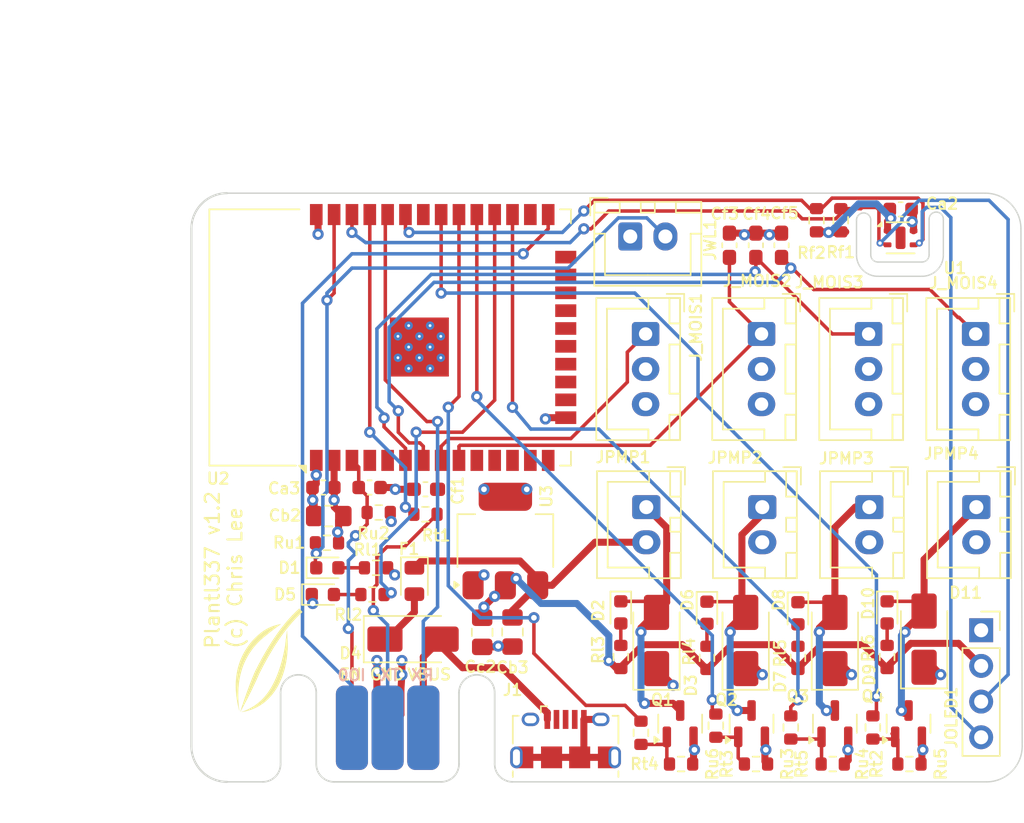
<source format=kicad_pcb>
(kicad_pcb (version 20221018) (generator pcbnew)
  (layers (0 "F.Cu" signal) (1 "In1.Cu" signal) (2 "In2.Cu" signal) (31 "B.Cu" signal) (34 "B.Paste" user) (35 "F.Paste" user) (36 "B.SilkS" user "B.Silkscreen") (37 "F.SilkS" user "F.Silkscreen") (38 "B.Mask" user) (39 "F.Mask" user) (44 "Edge.Cuts" user))
  (net 0 "")
  (net 1 "+3.3V")
  (net 2 "GND")
  (net 3 "EN")
  (net 4 "+5V")
  (net 5 "ADC1_CH4")
  (net 6 "WL")
  (net 7 "Net-(D1-A)")
  (net 8 "Net-(D2-A)")
  (net 9 "VBUS")
  (net 10 "Net-(D4-K)")
  (net 11 "RXC")
  (net 12 "GPIO0")
  (net 13 "Net-(D5-A)")
  (net 16 "TX")
  (net 18 "TXC")
  (net 19 "SCL1")
  (net 20 "SDA1")
  (net 21 "P1")
  (net 22 "P2")
  (net 23 "P3")
  (net 24 "P4")
  (net 25 "ADC1_CH5")
  (net 26 "ADC1_CH6")
  (net 27 "ADC1_CH7")
  (net 37 "GPIO17")
  (net 48 "JP1")
  (net 49 "JP2")
  (net 50 "Net-(D6-A)")
  (net 51 "JP3")
  (net 52 "Net-(D8-A)")
  (net 53 "JP4")
  (net 54 "Net-(D10-A)")
  (net 55 "Net-(Q1-G)")
  (net 56 "Net-(Q2-G)")
  (net 57 "Net-(Q3-G)")
  (net 58 "Net-(Q4-G)")
  (footprint "Sensor_Humidity:Sensirion_DFN-4-1EP_2x2mm_P1mm_EP0.7x1.6mm" (layer "F.Cu") (at 97.4762 62.8679)
    (fp_text reference "U1")
    (fp_text value "SHTC3")
  )
  (footprint "Resistor_SMD:R_0603_1608Metric" (layer "F.Cu") (at 56.642 84.582)
    (fp_text reference "Ru1")
    (fp_text value "12k" hide)
  )
  (footprint "Capacitor_SMD:C_0603_1608Metric_Pad1.08x0.95mm_HandSolder" (layer "F.Cu") (at 85.2932 63.3995 -90)
    (fp_text reference "Cf3")
    (fp_text value "10nF" hide)
  )
  (footprint "Capacitor_SMD:C_0603_1608Metric" (layer "F.Cu") (at 59.677 80.645 180)
    (fp_text reference "Ca1" hide)
    (fp_text value "100nF")
  )
  (footprint "Connector_PinSocket_2.54mm:PinSocket_1x04_P2.54mm_Vertical" (layer "F.Cu") (at 103.214 90.805)
    (fp_text reference "JOLED1")
    (fp_text value "Conn_01x04_Socket" hide)
  )
  (footprint "Capacitor_SMD:C_0805_2012Metric_Pad1.18x1.45mm_HandSolder" (layer "F.Cu") (at 69.85 90.932 -90)
    (fp_text reference "Cb3")
    (fp_text value "10uF" hide)
  )
  (footprint "Resistor_SMD:R_0603_1608Metric" (layer "F.Cu") (at 81.851 100.33 180)
    (fp_text reference "Ru6")
    (fp_text value "10k")
  )
  (footprint "Diode_SMD:D_SMA" (layer "F.Cu") (at 99.15 91.44 90)
    (fp_text reference "D11")
    (fp_text value "1N4001")
  )
  (footprint "Resistor_SMD:R_0603_1608Metric" (layer "F.Cu") (at 63.6524 82.55)
    (fp_text reference "Rt1")
    (fp_text value "470" hide)
  )
  (footprint "Diode_SMD:D_0805_2012Metric" (layer "F.Cu") (at 62.865 87.2975 -90)
    (fp_text reference "F1")
    (fp_text value "Fuse_Small" hide)
  )
  (footprint "Diode_SMD:D_SMA" (layer "F.Cu") (at 86.45 91.535 90)
    (fp_text reference "D7")
    (fp_text value "1N4001" hide)
  )
  (footprint "Resistor_SMD:R_0603_1608Metric" (layer "F.Cu") (at 87.185 100.33 180)
    (fp_text reference "Ru3")
    (fp_text value "10k")
  )
  (footprint "Connector_JST:JST_XH_B2B-XH-A_1x02_P2.50mm_Vertical" (layer "F.Cu") (at 102.87 82.042 -90)
    (fp_text reference "JPMP4")
    (fp_text value "Conn_01x02_Pin" hide)
  )
  (footprint "MountingHole:MountingHole_2.5mm" (layer "F.Cu") (at 49.53 99.06)
    (fp_text reference "REF**" hide)
    (fp_text value "MountingHole_2.5mm" hide)
  )
  (footprint "LED_SMD:LED_0603_1608Metric" (layer "F.Cu") (at 77.56 89.535 -90)
    (fp_text reference "D2")
    (fp_text value "RED")
  )
  (footprint "Capacitor_SMD:C_0603_1608Metric_Pad1.08x0.95mm_HandSolder" (layer "F.Cu") (at 89.0016 63.3995 -90)
    (fp_text reference "Cf5")
    (fp_text value "10nF" hide)
  )
  (footprint "Diode_SMD:D_SMA" (layer "F.Cu") (at 62.77 91.44)
    (fp_text reference "D4")
    (fp_text value "SS14")
  )
  (footprint "MountingHole:MountingHole_2.5mm" (layer "F.Cu") (at 103.505 62.23)
    (fp_text reference "REF**" hide)
    (fp_text value "MountingHole_2.5mm" hide)
  )
  (footprint "Capacitor_SMD:C_0603_1608Metric" (layer "F.Cu") (at 97.4852 60.8439)
    (fp_text reference "Ca2")
    (fp_text value "100nF" hide)
  )
  (footprint "Resistor_SMD:R_0603_1608Metric" (layer "F.Cu") (at 98.107 100.33 180)
    (fp_text reference "Ru5")
    (fp_text value "10k")
  )
  (footprint "RF_Module:ESP32-WROOM-32" (layer "F.Cu") (at 64.13 69.964 90)
    (fp_text reference "U2")
    (fp_text value "ESP32-WROOM-32")
  )
  (footprint "Resistor_SMD:R_0603_1608Metric" (layer "F.Cu") (at 89.662 97.727 -90)
    (fp_text reference "Rt5")
    (fp_text value "470")
  )
  (footprint "Resistor_SMD:R_0603_1608Metric" (layer "F.Cu") (at 95.504 97.727 -90)
    (fp_text reference "Rt2")
    (fp_text value "470")
  )
  (footprint "Capacitor_SMD:C_0805_2012Metric_Pad1.18x1.45mm_HandSolder" (layer "F.Cu") (at 56.769 82.677 180)
    (fp_text reference "Cb2")
    (fp_text value "10uF" hide)
  )
  (footprint "Capacitor_SMD:C_0805_2012Metric_Pad1.18x1.45mm_HandSolder" (layer "F.Cu") (at 67.691 90.9535 -90)
    (fp_text reference "Cc2")
    (fp_text value "47uF" hide)
  )
  (footprint "Diode_SMD:D_SMA" (layer "F.Cu") (at 80.1 91.535 90)
    (fp_text reference "D3")
    (fp_text value "1N4001" hide)
  )
  (footprint "LED_SMD:LED_0603_1608Metric" (layer "F.Cu") (at 90.17 89.598 -90)
    (fp_text reference "D8")
    (fp_text value "RED" hide)
  )
  (footprint "MountingHole:MountingHole_2.5mm" (layer "F.Cu") (at 73.66 92.329 90)
    (fp_text reference "REF**" hide)
    (fp_text value "MountingHole_2.5mm" hide)
  )
  (footprint "Resistor_SMD:R_0603_1608Metric" (layer "F.Cu") (at 84.328 97.599 -90)
    (fp_text reference "Rt3")
    (fp_text value "470")
  )
  (footprint "LED_SMD:LED_0603_1608Metric" (layer "F.Cu") (at 56.6675 86.36)
    (fp_text reference "D1")
    (fp_text value "BLU")
  )
  (footprint "Diode_SMD:D_SMA" (layer "F.Cu") (at 92.8 91.535 90)
    (fp_text reference "D9")
    (fp_text value "1N4001" hide)
  )
  (footprint "Connector_JST:JST_XH_B2B-XH-A_1x02_P2.50mm_Vertical" (layer "F.Cu") (at 79.375 82.042 -90)
    (fp_text reference "JPMP1")
    (fp_text value "Conn_01x02_Pin" hide)
  )
  (footprint "Resistor_SMD:R_0603_1608Metric" (layer "F.Cu") (at 77.56 92.71 -90)
    (fp_text reference "Rl3")
    (fp_text value "1k")
  )
  (footprint "Resistor_SMD:R_0603_1608Metric" (layer "F.Cu") (at 91.4908 61.6181 -90)
    (fp_text reference "Rf2")
    (fp_text value "2.2k" hide)
  )
  (footprint "Library:EdgeConnector_2x3" (layer "F.Cu") (at 60.96 100.33 180)
    (fp_text reference "J2" hide)
    (fp_text value "Edge2x6_Connector" hide)
    (fp_line (start -7.62 5.08) (end -7.62 0) (stroke (width 0.12)) (layer "Edge.Cuts"))
    (fp_line (start -5.08 5.08) (end -5.08 0) (stroke (width 0.12)) (layer "Edge.Cuts"))
    (fp_line (start -3.81 -1.27) (end 3.81 -1.27) (stroke (width 0.12)) (layer "Edge.Cuts"))
    (fp_line (start 5.08 0) (end 5.08 5.08) (stroke (width 0.12)) (layer "Edge.Cuts"))
    (fp_line (start 7.62 5.08) (end 7.62 0) (stroke (width 0.12)) (layer "Edge.Cuts"))
    (fp_arc (start -8.89 -1.27) (mid -7.991974 -0.898026) (end -7.62 0) (stroke (width 0.12)) (layer "Edge.Cuts"))
    (fp_arc (start -5.08 0) (mid -4.708026 -0.898026) (end -3.81 -1.27) (stroke (width 0.12)) (layer "Edge.Cuts"))
    (fp_arc (start -5.08 5.08) (mid -6.35 6.35) (end -7.62 5.08) (stroke (width 0.12)) (layer "Edge.Cuts"))
    (fp_arc (start 3.81 -1.27) (mid 4.708026 -0.898026) (end 5.08 0) (stroke (width 0.12)) (layer "Edge.Cuts"))
    (fp_arc (start 7.62 0) (mid 7.991974 -0.898026) (end 8.89 -1.27) (stroke (width 0.12)) (layer "Edge.Cuts"))
    (fp_arc (start 7.62 5.08) (mid 6.35 6.35) (end 5.08 5.08) (stroke (width 0.12)) (layer "Edge.Cuts"))
  )
  (footprint "Resistor_SMD:R_0603_1608Metric" (layer "F.Cu") (at 93.218 61.6181 -90)
    (fp_text reference "Rf1")
    (fp_text value "2.2k" hide)
  )
  (footprint "Connector_JST:JST_XH_B2B-XH-A_1x02_P2.50mm_Vertical" (layer "F.Cu") (at 87.63 82.042 -90)
    (fp_text reference "JPMP2")
    (fp_text value "Conn_01x02_Pin" hide)
  )
  (footprint "Resistor_SMD:R_0603_1608Metric" (layer "F.Cu") (at 59.88 88.265 180)
    (fp_text reference "Rl2")
    (fp_text value "1k" hide)
  )
  (footprint "Resistor_SMD:R_0603_1608Metric" (layer "F.Cu") (at 60.135 86.36)
    (fp_text reference "Rl1")
    (fp_text value "1k" hide)
  )
  (footprint "Resistor_SMD:R_0603_1608Metric" (layer "F.Cu") (at 92.647 100.33 180)
    (fp_text reference "Ru4")
    (fp_text value "10k")
  )
  (footprint "Package_TO_SOT_SMD:SOT-23" (layer "F.Cu") (at 86.868 97.4575 90)
    (fp_text reference "Q2")
    (fp_text value "AO3400A")
  )
  (footprint "LED_SMD:LED_0603_1608Metric" (layer "F.Cu") (at 96.52 89.535 -90)
    (fp_text reference "D10")
    (fp_text value "RED" hide)
  )
  (footprint "Connector_JST:JST_XH_B2B-XH-A_1x02_P2.50mm_Vertical" (layer "F.Cu") (at 78.232 62.7743)
    (fp_text reference "JWL1")
    (fp_text value "Conn_01x02_Pin" hide)
  )
  (footprint "Resistor_SMD:R_0603_1608Metric" (layer "F.Cu") (at 90.17 92.773 -90)
    (fp_text reference "Rl5")
    (fp_text value "1k" hide)
  )
  (footprint "Capacitor_SMD:C_0603_1608Metric_Pad1.08x0.95mm_HandSolder" (layer "F.Cu") (at 63.6535 80.772)
    (fp_text reference "Cf1")
    (fp_text value "10nF" hide)
  )
  (footprint "Resistor_SMD:R_0603_1608Metric" (layer "F.Cu") (at 83.693 92.773 -90)
    (fp_text reference "Rl4")
    (fp_text value "1k")
  )
  (footprint "Package_TO_SOT_SMD:SOT-23" (layer "F.Cu") (at 98.044 97.4575 90)
    (fp_text reference "Q4")
    (fp_text value "AO3400A" hide)
  )
  (footprint "Capacitor_SMD:C_0603_1608Metric_Pad1.08x0.95mm_HandSolder" (layer "F.Cu") (at 87.1728 63.3995 -90)
    (fp_text reference "Cf4")
    (fp_text value "10nF" hide)
  )
  (footprint "Capacitor_SMD:C_0603_1608Metric" (layer "F.Cu") (at 56.388 80.645 180)
    (fp_text reference "Ca3")
    (fp_text value "100nF" hide)
  )
  (footprint "Resistor_SMD:R_0603_1608Metric" (layer "F.Cu") (at 78.994 98.107 -90)
    (fp_text reference "Rt4")
    (fp_text value "470")
  )
  (footprint "Package_TO_SOT_SMD:SOT-23" (layer "F.Cu") (at 92.8 97.4575 90)
    (fp_text reference "Q3")
    (fp_text value "AO3400A" hide)
  )
  (footprint "Connector_JST:JST_XH_B3B-XH-A_1x03_P2.50mm_Vertical" (layer "F.Cu") (at 95.1992 69.7123 -90)
    (fp_text reference "J_MOIS3")
    (fp_text value "Conn_01x03_Pin" hide)
  )
  (footprint "Connector_JST:JST_XH_B3B-XH-A_1x03_P2.50mm_Vertical" (layer "F.Cu") (at 79.3242 69.7123 -90)
    (fp_text reference "J_MOIS1")
    (fp_text value "Conn_01x03_Pin" hide)
  )
  (footprint "Connector_JST:JST_XH_B3B-XH-A_1x03_P2.50mm_Vertical" (layer "F.Cu") (at 87.5792 69.7123 -90)
    (fp_text reference "J_MOIS2")
    (fp_text value "Conn_01x03_Pin" hide)
  )
  (footprint "Resistor_SMD:R_0603_1608Metric" (layer "F.Cu") (at 96.52 92.71 -90)
    (fp_text reference "Rl6")
    (fp_text value "1k" hide)
  )
  (footprint "LED_SMD:LED_0603_1608Metric" (layer "F.Cu") (at 56.3495 88.265)
    (fp_text reference "D5")
    (fp_text value "YLW")
  )
  (footprint "Package_TO_SOT_SMD:SOT-23" (layer "F.Cu") (at 81.788 97.4575 90)
    (fp_text reference "Q1")
    (fp_text value "AO3400A" hide)
  )
  (footprint "Connector_JST:JST_XH_B2B-XH-A_1x02_P2.50mm_Vertical" (layer "F.Cu") (at 95.25 82.042 -90)
    (fp_text reference "JPMP3")
    (fp_text value "Conn_01x02_Pin" hide)
  )
  (footprint "LED_SMD:LED_0603_1608Metric" (layer "F.Cu") (at 83.693 89.5605 -90)
    (fp_text reference "D6")
    (fp_text value "RED" hide)
  )
  (footprint "Connector_USB:USB_Micro-B_Amphenol_10118194_Horizontal" (layer "F.Cu") (at 73.63 98.555)
    (fp_text reference "J1")
    (fp_text value "USB_B_Micro" hide)
  )
  (footprint "Resistor_SMD:R_0603_1608Metric" (layer "F.Cu") (at 60.325 82.423)
    (fp_text reference "Ru2")
    (fp_text value "10k" hide)
  )
  (footprint "Package_TO_SOT_SMD:SOT-223-3_TabPin2" (layer "F.Cu") (at 69.342 84.455 90)
    (fp_text reference "U3")
    (fp_text value "AMS1117-3.3")
  )
  (footprint "Connector_JST:JST_XH_B3B-XH-A_1x03_P2.50mm_Vertical" (layer "F.Cu") (at 102.8192 69.7123 -90)
    (fp_text reference "J_MOIS4")
    (fp_text value "Conn_01x03_Pin" hide)
  )
  (gr_poly (pts (xy 50.384807 96.4817) (xy 50.340575 96.312605) (xy 50.31206 96.18907) (xy 50.28124 96.040926) (xy 50.249586 95.869211) (xy 50.21857 95.674963) (xy 50.190596 95.461157) (xy 50.168113 95.225978) (xy 50.153896 94.971646) (xy 50.150721 94.700381) (xy 50.154141 94.559094) (xy 50.161363 94.414405) (xy 50.172732 94.266595) (xy 50.188596 94.115939) (xy 50.209301 93.962716) (xy 50.235195 93.807203) (xy 50.266624 93.649679) (xy 50.303935 93.490419) (xy 50.303935 93.490418) (xy 50.339336 93.35947) (xy 50.378899 93.22876) (xy 50.422635 93.098448) (xy 50.470552 92.968694) (xy 50.522659 92.83966) (xy 50.578966 92.711504) (xy 50.639482 92.584389) (xy 50.704217 92.458473) (xy 50.773178 92.333917) (xy 50.846377 92.210881) (xy 50.923822 92.089527) (xy 51.005522 91.970013) (xy 51.091487 91.852501) (xy 51.181726 91.73715) (xy 51.276248 91.624121) (xy 51.375062 91.513574) (xy 51.375062 91.513582) (xy 51.44259 91.44196) (xy 51.510477 91.372684) (xy 51.578615 91.305729) (xy 51.646893 91.241066) (xy 51.715203 91.17867) (xy 51.783435 91.118512) (xy 51.851481 91.060566) (xy 51.919229 91.004805) (xy 51.982481 90.955145) (xy 52.046368 90.907932) (xy 52.110739 90.863116) (xy 52.175439 90.820645) (xy 52.240314 90.780468) (xy 52.305211 90.742533) (xy 52.369976 90.706789) (xy 52.434455 90.673185) (xy 52.498495 90.64167) (xy 52.561942 90.612192) (xy 52.624641 90.584699) (xy 52.68644 90.559141) (xy 52.80672 90.513622) (xy 52.921552 90.475226) (xy 52.970643 90.46029) (xy 53.017321 90.446915) (xy 53.061539 90.43501) (xy 53.103249 90.424481) (xy 53.142407 90.415236) (xy 53.178964 90.407181) (xy 53.212875 90.400224) (xy 53.244093 90.394272) (xy 53.271341 90.389449) (xy 53.295137 90.385556) (xy 53.315618 90.382479) (xy 53.332923 90.380101) (xy 53.340158 90.379173) (xy 53.346413 90.378407) (xy 53.351753 90.377787) (xy 53.356242 90.377291) (xy 53.359737 90.376941) (xy 53.362272 90.376676) (xy 53.362404 90.376689) (xy 53.362532 90.376699) (xy 53.362655 90.376707) (xy 53.362773 90.376712) (xy 53.362887 90.376715) (xy 53.362996 90.376715) (xy 53.363101 90.376714) (xy 53.363202 90.376712) (xy 53.363298 90.376707) (xy 53.36339 90.376701) (xy 53.363477 90.376694) (xy 53.363561 90.376685) (xy 53.36364 90.376675) (xy 53.363715 90.376664) (xy 53.363852 90.376641) (xy 53.363974 90.376615) (xy 53.364008 90.376607) (xy 53.363975 90.37662) (xy 53.363863 90.376673) (xy 53.363739 90.376738) (xy 53.363604 90.376815) (xy 53.363458 90.376906) (xy 53.363303 90.377013) (xy 53.363138 90.377136) (xy 53.362964 90.377277) (xy 53.362781 90.377436) (xy 53.362591 90.377616) (xy 53.35749 90.380851) (xy 53.349197 90.386161) (xy 53.337854 90.393498) (xy 53.306237 90.414247) (xy 53.28667 90.427287) (xy 53.263796 90.442682) (xy 53.208862 90.480196) (xy 53.147688 90.52287) (xy 53.078414 90.572236) (xy 52.999184 90.629824) (xy 52.892265 90.709066) (xy 52.792428 90.784664) (xy 52.600555 90.93443) (xy 52.396669 91.098123) (xy 52.153876 91.294746) (xy 52.090886 91.34659) (xy 52.027662 91.40043) (xy 51.964303 91.456291) (xy 51.900907 91.514199) (xy 51.837574 91.574178) (xy 51.774402 91.636253) (xy 51.711492 91.700449) (xy 51.648942 91.766792) (xy 51.557668 91.868304) (xy 51.4697 91.971851) (xy 51.385049 92.07732) (xy 51.303724 92.1846) (xy 51.225735 92.293581) (xy 51.15109 92.404151) (xy 51.0798 92.516199) (xy 51.011874 92.629614) (xy 50.947321 92.744285) (xy 50.886152 92.860101) (xy 50.828374 92.97695) (xy 50.773999 93.094722) (xy 50.723034 93.213304) (xy 50.675491 93.332587) (xy 50.631378 93.452459) (xy 50.590705 93.572809) (xy 50.590704 93.572809) (xy 50.545414 93.719868) (xy 50.505213 93.866213) (xy 50.469834 94.011533) (xy 50.439007 94.155514) (xy 50.412467 94.297845) (xy 50.389944 94.438211) (xy 50.371172 94.576302) (xy 50.355882 94.711803) (xy 50.343807 94.844403) (xy 50.334679 94.973789) (xy 50.324192 95.221668) (xy 50.322279 95.452938) (xy 50.326799 95.665099) (xy 50.330771 95.764749) (xy 50.335483 95.859185) (xy 50.340798 95.948239) (xy 50.346577 96.031742) (xy 50.352684 96.109529) (xy 50.358981 96.18143) (xy 50.371596 96.306908) (xy 50.383321 96.406835) (xy 50.393057 96.479872) (xy 50.402166 96.539909)) (stroke (width 0.01)) (fill solid) (layer "F.SilkS"))
  (gr_poly (pts (xy 50.595045 96.613064) (xy 50.638583 96.598425) (xy 50.697559 96.577152) (xy 50.770835 96.548797) (xy 50.857271 96.512912) (xy 50.955726 96.469048) (xy 51.065062 96.416757) (xy 51.184313 96.355028) (xy 51.310522 96.283658) (xy 51.37577 96.244187) (xy 51.442198 96.202103) (xy 51.50962 96.157336) (xy 51.57785 96.10982) (xy 51.646702 96.059485) (xy 51.715989 96.006265) (xy 51.785525 95.95009) (xy 51.855123 95.890893) (xy 51.924598 95.828607) (xy 51.993763 95.763163) (xy 52.062432 95.694492) (xy 52.130418 95.622528) (xy 52.198275 95.546943) (xy 52.264346 95.469273) (xy 52.328673 95.389544) (xy 52.3913 95.307777) (xy 52.452267 95.223996) (xy 52.511618 95.138226) (xy 52.569394 95.050488) (xy 52.625637 94.960806) (xy 52.680391 94.869205) (xy 52.733697 94.775706) (xy 52.836133 94.583112) (xy 52.933284 94.38321) (xy 53.025487 94.176187) (xy 53.025487 94.176188) (xy 53.086821 94.028298) (xy 53.144695 93.880533) (xy 53.25055 93.58616) (xy 53.344031 93.29464) (xy 53.426117 93.007545) (xy 53.497784 92.726446) (xy 53.560013 92.452914) (xy 53.613782 92.188521) (xy 53.660069 91.934838) (xy 53.687055 91.700476) (xy 53.712604 91.488544) (xy 53.756733 91.142769) (xy 53.798557 90.839181) (xy 53.798557 90.83918) (xy 53.798557 90.839181) (xy 53.815813 91.143832) (xy 53.831853 91.493442) (xy 53.848 91.948) (xy 53.836442 92.208294) (xy 53.814949 92.483953) (xy 53.781582 92.772502) (xy 53.734403 93.071466) (xy 53.705029 93.224079) (xy 53.671476 93.378368) (xy 53.633501 93.534023) (xy 53.590862 93.690734) (xy 53.543317 93.848192) (xy 53.490624 94.006088) (xy 53.432541 94.164112) (xy 53.368825 94.321954) (xy 53.320215 94.433109) (xy 53.269189 94.542204) (xy 53.215789 94.649179) (xy 53.160055 94.753977) (xy 53.102029 94.856538) (xy 53.041751 94.956804) (xy 52.979263 95.054715) (xy 52.914604 95.150214) (xy 52.847817 95.243242) (xy 52.778941 95.333739) (xy 52.708018 95.421647) (xy 52.635088 95.506908) (xy 52.560194 95.589462) (xy 52.483374 95.66925) (xy 52.404671 95.746215) (xy 52.324125 95.820297) (xy 52.242781 95.890164) (xy 52.161091 95.955835) (xy 52.079267 96.01744) (xy 51.997524 96.075107) (xy 51.916077 96.128965) (xy 51.835138 96.179143) (xy 51.754923 96.22577) (xy 51.675645 96.268974) (xy 51.597519 96.308884) (xy 51.520759 96.34563) (xy 51.445578 96.379339) (xy 51.372191 96.410142) (xy 51.300812 96.438165) (xy 51.231656 96.46354) (xy 51.100865 96.506855) (xy 51.039732 96.525132) (xy 50.981672 96.541445) (xy 50.926807 96.555902) (xy 50.875256 96.568611) (xy 50.82714 96.579681) (xy 50.782577 96.589219) (xy 50.741689 96.597336) (xy 50.704596 96.604137) (xy 50.671416 96.609733) (xy 50.642271 96.614231) (xy 50.596565 96.620368) (xy 50.558848 96.624238)) (stroke (width 0.01)) (fill solid) (layer "F.SilkS"))
  (gr_poly (pts (xy 53.364076 90.376578) (xy 53.364241 90.37652) (xy 53.364408 90.376476) (xy 53.364355 90.376497) (xy 53.364308 90.376516) (xy 53.364246 90.376538) (xy 53.364171 90.376563) (xy 53.36408 90.376589) (xy 53.364008 90.376607)) (stroke (width 0.01)) (fill solid) (layer "F.SilkS"))
  (gr_poly (pts (xy 50.472802 96.611114) (xy 50.550914 96.3626) (xy 50.766505 95.714484) (xy 50.917584 95.284542) (xy 51.093107 94.807462) (xy 51.289766 94.300831) (xy 51.504251 93.782234) (xy 51.507991 93.773924) (xy 51.80754 93.187791) (xy 52.137065 92.584986) (xy 52.312689 92.280903) (xy 52.49535 91.97694) (xy 52.684898 91.674524) (xy 52.881179 91.375085) (xy 53.084042 91.080053) (xy 53.293336 90.790855) (xy 53.508907 90.508921) (xy 53.730604 90.23568) (xy 53.958275 89.972561) (xy 54.191767 89.720993) (xy 54.43093 89.482405) (xy 54.67561 89.258227) (xy 54.894911 89.508817) (xy 54.658832 89.725181) (xy 54.427749 89.955878) (xy 54.201822 90.199534) (xy 53.981209 90.454776) (xy 53.766071 90.720232) (xy 53.556566 90.994528) (xy 53.352854 91.276292) (xy 53.155094 91.564151) (xy 52.963446 91.856731) (xy 52.778069 92.15266) (xy 52.426765 92.749071) (xy 52.102458 93.3424) (xy 51.81067 93.913353) (xy 51.810163 93.913353) (xy 51.806423 93.921664) (xy 51.80719 93.920163) (xy 51.810163 93.913353) (xy 51.81067 93.913353) (xy 51.80719 93.920163) (xy 51.697826 94.170674) (xy 51.583177 94.42475) (xy 51.467532 94.673742) (xy 51.352209 94.91581) (xy 51.127795 95.371819) (xy 50.920471 95.778064) (xy 50.740774 96.119829) (xy 50.599239 96.382402) (xy 50.472803 96.611114) (xy 50.472802 96.611115)) (stroke (width 0.01)) (fill solid) (layer "F.SilkS"))
  (gr_line (start 46.99 99.06) (end 46.99 62.23) (stroke (width 0.15)) (layer "Edge.Cuts"))
  (gr_arc (start 103.505 59.69) (mid 105.301051 60.433949) (end 106.045 62.23) (stroke (width 0.1)) (layer "Edge.Cuts"))
  (gr_line (start 52.07 101.6) (end 49.53 101.6) (stroke (width 0.1)) (layer "Edge.Cuts"))
  (gr_line (start 95.35521 61.6059) (end 95.35521 64.084269) (stroke (width 0.1)) (layer "Edge.Cuts"))
  (gr_arc (start 99.506369 64.084269) (mid 99.357588 64.443488) (end 98.998369 64.592269) (stroke (width 0.1)) (layer "Edge.Cuts"))
  (gr_line (start 95.25 59.69) (end 103.505 59.69) (stroke (width 0.1)) (layer "Edge.Cuts"))
  (gr_arc (start 99.506369 61.544269) (mid 100.014369 61.036269) (end 100.522369 61.544269) (stroke (width 0.1)) (layer "Edge.Cuts"))
  (gr_arc (start 94.33921 61.6059) (mid 94.84721 61.0979) (end 95.35521 61.6059) (stroke (width 0.1)) (layer "Edge.Cuts"))
  (gr_line (start 49.53 59.69) (end 95.25 59.69) (stroke (width 0.1)) (layer "Edge.Cuts"))
  (gr_arc (start 95.86321 65.608269) (mid 94.78561 65.161887) (end 94.33921 64.084269) (stroke (width 0.1)) (layer "Edge.Cuts"))
  (gr_line (start 106.045 62.23) (end 106.135 99.06) (stroke (width 0.1)) (layer "Edge.Cuts"))
  (gr_arc (start 46.99 62.23) (mid 47.733949 60.433949) (end 49.53 59.69) (stroke (width 0.15)) (layer "Edge.Cuts"))
  (gr_line (start 94.33921 64.084269) (end 94.33921 61.6059) (stroke (width 0.1)) (layer "Edge.Cuts"))
  (gr_arc (start 100.522369 64.084269) (mid 100.076009 65.161909) (end 98.998369 65.608269) (stroke (width 0.1)) (layer "Edge.Cuts"))
  (gr_arc (start 95.86321 64.592269) (mid 95.504031 64.443466) (end 95.35521 64.084269) (stroke (width 0.1)) (layer "Edge.Cuts"))
  (gr_line (start 99.506369 64.084269) (end 99.506369 61.544269) (stroke (width 0.1)) (layer "Edge.Cuts"))
  (gr_line (start 95.86321 64.592269) (end 98.998369 64.592269) (stroke (width 0.1)) (layer "Edge.Cuts"))
  (gr_line (start 100.522369 61.544269) (end 100.522369 64.084269) (stroke (width 0.1)) (layer "Edge.Cuts"))
  (gr_arc (start 49.53 101.6) (mid 47.733949 100.856051) (end 46.99 99.06) (stroke (width 0.15)) (layer "Edge.Cuts"))
  (gr_line (start 98.998369 65.608269) (end 95.86321 65.608269) (stroke (width 0.1)) (layer "Edge.Cuts"))
  (gr_arc (start 106.135 99.06) (mid 105.391051 100.856051) (end 103.595 101.6) (stroke (width 0.1)) (layer "Edge.Cuts"))
  (gr_line (start 89.625 101.6) (end 103.595 101.6) (stroke (width 0.1)) (layer "Edge.Cuts"))
  (gr_line (start 89.625 101.6) (end 69.85 101.6) (stroke (width 0.1)) (layer "Edge.Cuts"))
  (gr_text "IO0" (at 59.4868 94.4735) (layer "B.SilkS") (effects (font (size 0.8 0.8) (thickness 0.15) bold) (justify left bottom mirror)))
  (gr_text "TX" (at 61.8998 94.4735) (layer "B.SilkS") (effects (font (size 0.8 0.8) (thickness 0.15) bold) (justify left bottom mirror)))
  (gr_text "RX" (at 64.3128 94.4735) (layer "B.SilkS") (effects (font (size 0.8 0.8) (thickness 0.15) bold) (justify left bottom mirror)))
  (gr_text "GND" (at 59.6138 94.4227) (layer "F.SilkS") (effects (font (size 0.8 0.8) (thickness 0.15) bold) (justify left bottom)))
  (gr_text "Plantl337 v1.2\n(c) Chris Lee" (at 50.681662 92.202043 90) (layer "F.SilkS") (effects (font (size 1 1)) (justify left bottom)))
  (gr_text "VBUS" (at 62.2808 94.4227) (layer "F.SilkS") (effects (font (size 0.8 0.8) (thickness 0.15) bold) (justify left bottom)))
  (gr_text "EN" (at 57.4548 94.4227) (layer "F.SilkS") (effects (font (size 0.8 0.8) (thickness 0.15) bold) (justify left bottom)))
  (segment (start 67.793 89.154) (end 67.818 89.154) (width 0.5) (layer "F.Cu") (net 1))
  (segment (start 67.818 89.154) (end 67.818 89.129) (width 0.5) (layer "F.Cu") (net 1))
  (segment (start 57.467 84.582) (end 57.467 83.883) (width 0.5) (layer "F.Cu") (net 1))
  (segment (start 85.456 91.835) (end 88.407 91.835) (width 0.5) (layer "F.Cu") (net 1))
  (segment (start 57.163 82.0335) (end 57.8065 82.677) (width 0.5) (layer "F.Cu") (net 1))
  (segment (start 88.407 91.835) (end 90.17 93.598) (width 0.5) (layer "F.Cu") (net 1))
  (segment (start 68.555 88.392) (end 68.58 88.392) (width 0.5) (layer "F.Cu") (net 1))
  (segment (start 96.52 93.535) (end 96.52 93.423122) (width 0.5) (layer "F.Cu") (net 1))
  (segment (start 57.467 83.0165) (end 57.8065 82.677) (width 0.5) (layer "F.Cu") (net 1))
  (segment (start 77.279 93.535) (end 76.708 92.964) (width 0.5) (layer "F.Cu") (net 1))
  (segment (start 81.93 91.835) (end 83.693 93.598) (width 0.5) (layer "F.Cu") (net 1))
  (segment (start 67.818 89.129) (end 68.555 88.392) (width 0.5) (layer "F.Cu") (net 1))
  (segment (start 61.214 83.058) (end 61.15 82.994) (width 0.5) (layer "F.Cu") (net 1))
  (segment (start 57.163 81.547) (end 57.163 82.0335) (width 0.5) (layer "F.Cu") (net 1))
  (segment (start 69.621 87.605) (end 70.104 87.122) (width 0.5) (layer "F.Cu") (net 1))
  (segment (start 61.15 82.423) (end 61.214 83.058) (width 0.5) (layer "F.Cu") (net 1))
  (segment (start 79.153122 91.835) (end 81.93 91.835) (width 0.5) (layer "F.Cu") (net 1))
  (segment (start 92.6691 62.4431) (end 92.71 62.484) (width 0.5) (layer "F.Cu") (net 1))
  (segment (start 68.58 88.367) (end 69.342 87.605) (width 0.5) (layer "F.Cu") (net 1))
  (segment (start 57.467 83.757) (end 57.467 83.0165) (width 0.5) (layer "F.Cu") (net 1))
  (segment (start 96.774 61.468) (end 96.5512 61.6908) (width 0.5) (layer "F.Cu") (net 1))
  (segment (start 92.71 62.484) (end 92.7509 62.4431) (width 0.5) (layer "F.Cu") (net 1))
  (segment (start 90.17 93.598) (end 90.17 93.518122) (width 0.5) (layer "F.Cu") (net 1))
  (segment (start 57.15 80.632) (end 57.163 80.645) (width 0.5) (layer "F.Cu") (net 1))
  (segment (start 98.203122 91.74) (end 101.609 91.74) (width 0.5) (layer "F.Cu") (net 1))
  (segment (start 57.15 78.714) (end 57.15 80.632) (width 0.5) (layer "F.Cu") (net 1))
  (segment (start 67.691 89.916) (end 67.691 89.256) (width 0.5) (layer "F.Cu") (net 1))
  (segment (start 94.82 91.835) (end 96.52 93.535) (width 0.5) (layer "F.Cu") (net 1))
  (segment (start 91.8464 62.4431) (end 92.6691 62.4431) (width 0.5) (layer "F.Cu") (net 1))
  (segment (start 96.52 93.423122) (end 98.203122 91.74) (width 0.5) (layer "F.Cu") (net 1))
  (segment (start 101.609 91.74) (end 103.214 93.345) (width 0.5) (layer "F.Cu") (net 1))
  (segment (start 69.342 87.605) (end 69.621 87.605) (width 0.5) (layer "F.Cu") (net 1))
  (segment (start 57.163 80.645) (end 57.163 81.521) (width 0.5) (layer "F.Cu") (net 1))
  (segment (start 57.15 81.534) (end 57.163 81.547) (width 0.5) (layer "F.Cu") (net 1))
  (segment (start 96.5512 61.0029) (end 96.5512 61.2452) (width 0.5) (layer "F.Cu") (net 1))
  (segment (start 96.5512 61.2452) (end 96.774 61.468) (width 0.5) (layer "F.Cu") (net 1))
  (segment (start 96.5512 61.6908) (end 96.5512 62.3679) (width 0.5) (layer "F.Cu") (net 1))
  (segment (start 57.404 83.82) (end 57.467 83.757) (width 0.5) (layer "F.Cu") (net 1))
  (segment (start 96.7102 60.8439) (end 96.5512 61.0029) (width 0.5) (layer "F.Cu") (net 1))
  (segment (start 68.58 88.392) (end 68.58 88.367) (width 0.5) (layer "F.Cu") (net 1))
  (segment (start 57.163 81.521) (end 57.15 81.534) (width 0.5) (layer "F.Cu") (net 1))
  (segment (start 92.7509 62.4431) (end 93.5736 62.4431) (width 0.5) (layer "F.Cu") (net 1))
  (segment (start 60.96 86.36) (end 61.468 86.868) (width 0.5) (layer "F.Cu") (net 1))
  (segment (start 67.691 89.256) (end 67.793 89.154) (width 0.5) (layer "F.Cu") (net 1))
  (segment (start 77.56 93.428122) (end 79.153122 91.835) (width 0.5) (layer "F.Cu") (net 1))
  (segment (start 77.56 93.535) (end 77.279 93.535) (width 0.5) (layer "F.Cu") (net 1))
  (segment (start 57.467 83.883) (end 57.404 83.82) (width 0.5) (layer "F.Cu") (net 1))
  (segment (start 83.693 93.598) (end 85.456 91.835) (width 0.5) (layer "F.Cu") (net 1))
  (segment (start 77.56 93.535) (end 77.56 93.428122) (width 0.5) (layer "F.Cu") (net 1))
  (segment (start 90.17 93.518122) (end 91.853122 91.835) (width 0.5) (layer "F.Cu") (net 1))
  (segment (start 91.853122 91.835) (end 94.82 91.835) (width 0.5) (layer "F.Cu") (net 1))
  (via (at 76.708 92.964) (size 0.8) (drill 0.4) (layers "F.Cu" "B.Cu") (net 1))
  (via (at 92.3544 62.484) (size 0.8) (drill 0.4) (layers "F.Cu" "B.Cu") (net 1))
  (via (at 57.15 81.534) (size 0.8) (drill 0.4) (layers "F.Cu" "B.Cu") (net 1))
  (via (at 61.214 83.058) (size 0.8) (drill 0.4) (layers "F.Cu" "B.Cu") (net 1))
  (via (at 67.818 89.154) (size 0.8) (drill 0.4) (layers "F.Cu" "B.Cu") (net 1))
  (via (at 57.404 83.82) (size 0.8) (drill 0.4) (layers "F.Cu" "B.Cu") (net 1))
  (via (at 68.58 88.392) (size 0.8) (drill 0.4) (layers "F.Cu" "B.Cu") (net 1))
  (via (at 70.104 87.122) (size 0.8) (drill 0.4) (layers "F.Cu" "B.Cu") (net 1))
  (via (at 67.818 80.772) (size 0.8) (drill 0.4) (layers "F.Cu" "B.Cu") (net 1))
  (via (at 96.774 61.468) (size 0.8) (drill 0.4) (layers "F.Cu" "B.Cu") (net 1))
  (via (at 61.468 86.868) (size 0.8) (drill 0.4) (layers "F.Cu" "B.Cu") (net 1))
  (via (at 70.866 80.772) (size 0.8) (drill 0.4) (layers "F.Cu" "B.Cu") (net 1))
  (segment (start 70.104 87.122) (end 71.882 88.9) (width 0.5) (layer "B.Cu") (net 1))
  (segment (start 95.758 60.452) (end 94.488 60.452) (width 0.5) (layer "B.Cu") (net 1))
  (segment (start 71.882 88.9) (end 74.422 88.9) (width 0.5) (layer "B.Cu") (net 1))
  (segment (start 96.774 61.468) (end 95.758 60.452) (width 0.5) (layer "B.Cu") (net 1))
  (segment (start 92.456 62.484) (end 92.3544 62.484) (width 0.5) (layer "B.Cu") (net 1))
  (segment (start 74.422 88.9) (end 76.708 91.186) (width 0.5) (layer "B.Cu") (net 1))
  (segment (start 76.708 91.186) (end 76.708 92.964) (width 0.5) (layer "B.Cu") (net 1))
  (segment (start 94.488 60.452) (end 92.456 62.484) (width 0.5) (layer "B.Cu") (net 1))
  (segment (start 55.613 82.5585) (end 55.7315 82.677) (width 0.5) (layer "F.Cu") (net 2))
  (segment (start 60.96 97.75) (end 61.907 96.803) (width 0.5) (layer "F.Cu") (net 2))
  (segment (start 74.93 97.155) (end 76.13 97.155) (width 0.5) (layer "F.Cu") (net 2))
  (segment (start 86.475 62.537) (end 88.023 62.537) (width 0.5) (layer "F.Cu") (net 2))
  (segment (start 74.93 99.555) (end 74.93 97.155) (width 0.5) (layer "F.Cu") (net 2))
  (segment (start 55.88 78.714) (end 55.88 79.756) (width 0.5) (layer "F.Cu") (net 2))
  (segment (start 98.4012 60.9849) (end 98.4012 61.6188) (width 0.5) (layer "F.Cu") (net 2))
  (segment (start 68.834 91.9335) (end 68.8915 91.991) (width 0.5) (layer "F.Cu") (net 2))
  (segment (start 55.613 81.521) (end 55.626 81.534) (width 0.5) (layer "F.Cu") (net 2))
  (segment (start 86.36 62.652) (end 86.475 62.537) (width 0.5) (layer "F.Cu") (net 2))
  (segment (start 87.818 98.395) (end 87.818 100.138) (width 0.5) (layer "F.Cu") (net 2))
  (segment (start 60.96 95.758) (end 60.198 94.996) (width 0.5) (layer "F.Cu") (net 2))
  (segment (start 69.8285 91.991) (end 69.85 91.9695) (width 0.5) (layer "F.Cu") (net 2))
  (segment (start 60.452 80.645) (end 61.379997 80.645) (width 0.5) (layer "F.Cu") (net 2))
  (segment (start 55.88 80.378) (end 55.613 80.645) (width 0.5) (layer "F.Cu") (net 2))
  (segment (start 55.626 81.534) (end 55.613 81.547) (width 0.5) (layer "F.Cu") (net 2))
  (segment (start 88.253 62.537) (end 89.0016 62.537) (width 0.5) (layer "F.Cu") (net 2))
  (segment (start 86.245 62.537) (end 86.36 62.652) (width 0.5) (layer "F.Cu") (net 2))
  (segment (start 98.4012 61.6188) (end 98.298 61.722) (width 0.5) (layer "F.Cu") (net 2))
  (segment (start 98.994 100.268) (end 98.932 100.33) (width 0.5) (layer "F.Cu") (net 2))
  (segment (start 56.007 61.341) (end 55.88 61.214) (width 0.5) (layer "F.Cu") (net 2))
  (segment (start 55.613 80.645) (end 55.613 81.521) (width 0.5) (layer "F.Cu") (net 2))
  (segment (start 55.562 88.836) (end 55.626 88.9) (width 0.5) (layer "F.Cu") (net 2))
  (segment (start 67.042 87.605) (end 67.081 87.605) (width 0.5) (layer "F.Cu") (net 2))
  (segment (start 68.8915 91.991) (end 69.8285 91.991) (width 0.5) (layer "F.Cu") (net 2))
  (segment (start 61.506997 80.772) (end 62.791 80.772) (width 0.5) (layer "F.Cu") (net 2))
  (segment (start 68.7765 91.991) (end 68.834 91.9335) (width 0.5) (layer "F.Cu") (net 2))
  (segment (start 88.023 62.537) (end 88.138 62.652) (width 0.5) (layer "F.Cu") (net 2))
  (segment (start 74.63 99.855) (end 74.93 99.555) (width 0.5) (layer "F.Cu") (net 2))
  (segment (start 61.907 96.803) (end 61.907 94.996) (width 0.5) (layer "F.Cu") (net 2))
  (segment (start 82.738 98.395) (end 82.738 100.268) (width 0.5) (layer "F.Cu") (net 2))
  (segment (start 98.994 98.395) (end 98.994 100.268) (width 0.5) (layer "F.Cu") (net 2))
  (segment (start 60.198 94.996) (end 60.198 93.726) (width 0.5) (layer "F.Cu") (net 2))
  (segment (start 61.976 93.98) (end 61.976 92.964) (width 0.5) (layer "F.Cu") (net 2))
  (segment (start 67.691 91.991) (end 68.7765 91.991) (width 0.5) (layer "F.Cu") (net 2))
  (segment (start 61.379997 80.645) (end 61.506997 80.772) (width 0.5) (layer "F.Cu") (net 2))
  (segment (start 67.081 87.605) (end 67.818 86.868) (width 0.5) (layer "F.Cu") (net 2))
  (segment (start 93.75 100.052) (end 93.472 100.33) (width 0.5) (layer "F.Cu") (net 2))
  (segment (start 98.298 61.722) (end 98.4012 61.8252) (width 0.5) (layer "F.Cu") (net 2))
  (segment (start 93.75 98.395) (end 93.75 100.052) (width 0.5) (layer "F.Cu") (net 2))
  (segment (start 60.96 97.75) (end 60.96 95.758) (width 0.5) (layer "F.Cu") (net 2))
  (segment (start 73.64 75.674) (end 72.281 75.674) (width 0.5) (layer "F.Cu") (net 2))
  (segment (start 88.138 62.652) (end 88.253 62.537) (width 0.5) (layer "F.Cu") (net 2))
  (segment (start 82.738 100.268) (end 82.676 100.33) (width 0.5) (layer "F.Cu") (net 2))
  (segment (start 70.73 99.855) (end 76.53 99.855) (width 0.5) (layer "F.Cu") (net 2))
  (segment (start 55.88 79.756) (end 55.88 80.378) (width 0.5) (layer "F.Cu") (net 2))
  (segment (start 60.198 93.726) (end 60.198 92.964) (width 0.5) (layer "F.Cu") (net 2))
  (segment (start 55.613 81.547) (end 55.613 82.5585) (width 0.5) (layer "F.Cu") (net 2))
  (segment (start 61.907 94.996) (end 61.976 93.98) (width 0.5) (layer "F.Cu") (net 2))
  (segment (start 98.4012 61.8252) (end 98.4012 62.3679) (width 0.5) (layer "F.Cu") (net 2))
  (segment (start 56.007 62.611) (end 56.007 61.341) (width 0.5) (layer "F.Cu") (net 2))
  (segment (start 87.818 100.138) (end 88.01 100.33) (width 0.5) (layer "F.Cu") (net 2))
  (segment (start 98.2602 60.8439) (end 98.4012 60.9849) (width 0.5) (layer "F.Cu") (net 2))
  (segment (start 85.2932 62.537) (end 86.245 62.537) (width 0.5) (layer "F.Cu") (net 2))
  (segment (start 55.562 88.265) (end 55.562 88.836) (width 0.5) (layer "F.Cu") (net 2))
  (via (at 86.36 62.652) (size 0.8) (drill 0.4) (layers "F.Cu" "B.Cu") (net 2))
  (via (at 88.138 62.652) (size 0.8) (drill 0.4) (layers "F.Cu" "B.Cu") (net 2))
  (via (at 55.88 79.756) (size 0.8) (drill 0.4) (layers "F.Cu" "B.Cu") (net 2))
  (via (at 61.976 92.964) (size 0.8) (drill 0.4) (layers "F.Cu" "B.Cu") (net 2))
  (via (at 72.194847 75.760153) (size 0.8) (drill 0.4) (layers "F.Cu" "B.Cu") (net 2))
  (via (at 55.626 88.9) (size 0.8) (drill 0.4) (layers "F.Cu" "B.Cu") (net 2))
  (via (at 60.198 93.726) (size 0.8) (drill 0.4) (layers "F.Cu" "B.Cu") (net 2))
  (via (at 60.198 92.964) (size 0.8) (drill 0.4) (layers "F.Cu" "B.Cu") (net 2))
  (via (at 61.506997 80.772) (size 0.8) (drill 0.4) (layers "F.Cu" "B.Cu") (net 2))
  (via (at 56.007 62.611) (size 0.8) (drill 0.4) (layers "F.Cu" "B.Cu") (net 2))
  (via (at 99.06 99.314) (size 0.8) (drill 0.4) (layers "F.Cu" "B.Cu") (net 2))
  (via (at 93.726 99.314) (size 0.8) (drill 0.4) (layers "F.Cu" "B.Cu") (net 2))
  (via (at 55.626 81.534) (size 0.8) (drill 0.4) (layers "F.Cu" "B.Cu") (net 2))
  (via (at 68.834 91.9335) (size 0.8) (drill 0.4) (layers "F.Cu" "B.Cu") (net 2))
  (via (at 67.818 86.868) (size 0.8) (drill 0.4) (layers "F.Cu" "B.Cu") (net 2))
  (via (at 82.804 99.314) (size 0.8) (drill 0.4) (layers "F.Cu" "B.Cu") (net 2))
  (via (at 87.884 99.314) (size 0.8) (drill 0.4) (layers "F.Cu" "B.Cu") (net 2))
  (via (at 98.298 61.722) (size 0.8) (drill 0.4) (layers "F.Cu" "B.Cu") (net 2))
  (via (at 61.976 93.98) (size 0.8) (drill 0.4) (layers "F.Cu" "B.Cu") (net 2))
  (segment (start 59.5 81.243) (end 58.902 80.645) (width 0.25) (layer "F.Cu") (net 3))
  (segment (start 58.902 80.645) (end 58.902 79.196) (width 0.25) (layer "F.Cu") (net 3))
  (segment (start 59.5 82.423) (end 59.5 83.248) (width 0.25) (layer "F.Cu") (net 3))
  (segment (start 58.42 90.932) (end 58.166 90.678) (width 0.25) (layer "F.Cu") (net 3))
  (segment (start 59.5 82.423) (end 59.5 81.243) (width 0.25) (layer "F.Cu") (net 3))
  (segment (start 58.42 97.75) (end 58.42 90.932) (width 0.25) (layer "F.Cu") (net 3))
  (segment (start 59.5 83.248) (end 58.674 84.074) (width 0.25) (layer "F.Cu") (net 3))
  (segment (start 58.902 79.196) (end 58.42 78.714) (width 0.25) (layer "F.Cu") (net 3))
  (via (at 58.674 84.074) (size 0.8) (drill 0.4) (layers "F.Cu" "B.Cu") (net 3))
  (via (at 58.166 90.678) (size 0.8) (drill 0.4) (layers "F.Cu" "B.Cu") (net 3))
  (segment (start 58.166 85.852) (end 58.674 85.344) (width 0.25) (layer "B.Cu") (net 3))
  (segment (start 58.166 84.582) (end 58.674 84.074) (width 0.25) (layer "B.Cu") (net 3))
  (segment (start 58.674 85.344) (end 58.166 84.836) (width 0.25) (layer "B.Cu") (net 3))
  (segment (start 58.166 90.678) (end 58.166 85.852) (width 0.25) (layer "B.Cu") (net 3))
  (segment (start 58.166 84.836) (end 58.166 84.582) (width 0.25) (layer "B.Cu") (net 3))
  (segment (start 63.351298 85.873702) (end 70.379702 85.873702) (width 0.5) (layer "F.Cu") (net 4))
  (segment (start 99.8045 93.44) (end 100.33 93.9655) (width 0.5) (layer "F.Cu") (net 4))
  (segment (start 71.642 87.136) (end 71.642 87.605) (width 0.5) (layer "F.Cu") (net 4))
  (segment (start 70.379702 85.873702) (end 71.642 87.136) (width 0.5) (layer "F.Cu") (net 4))
  (segment (start 71.642 87.605) (end 72.669 87.605) (width 0.5) (layer "F.Cu") (net 4))
  (segment (start 99.15 93.44) (end 99.8045 93.44) (width 0.5) (layer "F.Cu") (net 4))
  (segment (start 69.85 89.8945) (end 69.85 89.397) (width 0.5) (layer "F.Cu") (net 4))
  (segment (start 93.5495 93.535) (end 93.98 93.9655) (width 0.5) (layer "F.Cu") (net 4))
  (segment (start 69.85 89.397) (end 71.642 87.605) (width 0.5) (layer "F.Cu") (net 4))
  (segment (start 86.45 93.535) (end 87.1995 93.535) (width 0.5) (layer "F.Cu") (net 4))
  (segment (start 80.1 93.535) (end 80.1 93.5475) (width 0.5) (layer "F.Cu") (net 4))
  (segment (start 72.669 87.605) (end 75.732 84.542) (width 0.5) (layer "F.Cu") (net 4))
  (segment (start 87.1995 93.535) (end 87.63 93.9655) (width 0.5) (layer "F.Cu") (net 4))
  (segment (start 75.732 84.542) (end 79.375 84.542) (width 0.5) (layer "F.Cu") (net 4))
  (segment (start 80.1 93.5475) (end 81.28 94.7275) (width 0.5) (layer "F.Cu") (net 4))
  (segment (start 92.8 93.535) (end 93.5495 93.535) (width 0.5) (layer "F.Cu") (net 4))
  (segment (start 99.15 93.44) (end 99.5505 93.44) (width 0.5) (layer "F.Cu") (net 4))
  (segment (start 62.865 86.36) (end 63.351298 85.873702) (width 0.5) (layer "F.Cu") (net 4))
  (via (at 100.33 93.9655) (size 0.8) (drill 0.4) (layers "F.Cu" "B.Cu") (net 4))
  (via (at 87.63 93.9655) (size 0.8) (drill 0.4) (layers "F.Cu" "B.Cu") (net 4))
  (via (at 93.98 93.9655) (size 0.8) (drill 0.4) (layers "F.Cu" "B.Cu") (net 4))
  (via (at 81.28 94.7275) (size 0.8) (drill 0.4) (layers "F.Cu" "B.Cu") (net 4))
  (segment (start 64.516 78.968) (end 64.77 78.714) (width 0.25) (layer "F.Cu") (net 5))
  (segment (start 74.006 77.158) (end 78.0242 73.1398) (width 0.25) (layer "F.Cu") (net 5))
  (segment (start 64.77 77.714) (end 65.326 77.158) (width 0.25) (layer "F.Cu") (net 5))
  (segment (start 65.326 77.158) (end 74.006 77.158) (width 0.25) (layer "F.Cu") (net 5))
  (segment (start 64.516 80.772) (end 64.516 78.968) (width 0.25) (layer "F.Cu") (net 5))
  (segment (start 78.0242 71.0123) (end 79.3242 69.7123) (width 0.25) (layer "F.Cu") (net 5))
  (segment (start 64.77 78.714) (end 64.77 77.714) (width 0.25) (layer "F.Cu") (net 5))
  (segment (start 78.0242 73.1398) (end 78.0242 71.0123) (width 0.25) (layer "F.Cu") (net 5))
  (segment (start 55.88 85.344) (end 55.817 85.407) (width 0.25) (layer "F.Cu") (net 6))
  (segment (start 55.817 84.582) (end 55.817 85.281) (width 0.25) (layer "F.Cu") (net 6))
  (segment (start 55.817 85.407) (end 55.817 86.297) (width 0.25) (layer "F.Cu") (net 6))
  (segment (start 55.817 86.297) (end 55.88 86.36) (width 0.25) (layer "F.Cu") (net 6))
  (segment (start 55.817 85.281) (end 55.88 85.344) (width 0.25) (layer "F.Cu") (net 6))
  (segment (start 57.15 61.214) (end 57.15 66.802) (width 0.25) (layer "F.Cu") (net 6))
  (segment (start 57.15 66.802) (end 56.642 67.31) (width 0.25) (layer "F.Cu") (net 6))
  (via (at 56.642 67.31) (size 0.8) (drill 0.4) (layers "F.Cu" "B.Cu") (net 6))
  (via (at 55.88 85.344) (size 0.8) (drill 0.4) (layers "F.Cu" "B.Cu") (net 6))
  (segment (start 56.351 84.873) (end 56.351 81.233695) (width 0.25) (layer "B.Cu") (net 6))
  (segment (start 56.642 67.31) (end 56.642 66.802) (width 0.25) (layer "B.Cu") (net 6))
  (segment (start 73.8122 65.024) (end 77.3869 61.4493) (width 0.25) (layer "B.Cu") (net 6))
  (segment (start 77.3869 61.4493) (end 79.407 61.4493) (width 0.25) (layer "B.Cu") (net 6))
  (segment (start 58.42 65.024) (end 73.8122 65.024) (width 0.25) (layer "B.Cu") (net 6))
  (segment (start 56.642 66.802) (end 58.42 65.024) (width 0.25) (layer "B.Cu") (net 6))
  (segment (start 55.88 85.344) (end 56.351 84.873) (width 0.25) (layer "B.Cu") (net 6))
  (segment (start 56.351 81.233695) (end 56.642 80.942695) (width 0.25) (layer "B.Cu") (net 6))
  (segment (start 56.642 80.942695) (end 56.642 67.31) (width 0.25) (layer "B.Cu") (net 6))
  (segment (start 79.407 61.4493) (end 80.732 62.7743) (width 0.25) (layer "B.Cu") (net 6))
  (segment (start 59.31 86.36) (end 57.455 86.36) (width 0.25) (layer "F.Cu") (net 7))
  (segment (start 77.56 90.3225) (end 77.56 91.885) (width 0.25) (layer "F.Cu") (net 8))
  (segment (start 64.77 91.948) (end 64.77 91.44) (width 0.5) (layer "F.Cu") (net 9))
  (segment (start 63.5 92.71) (end 64.77 91.44) (width 0.5) (layer "F.Cu") (net 9))
  (segment (start 63.5 97.75) (end 63.5 92.71) (width 0.5) (layer "F.Cu") (net 9))
  (segment (start 72.33 97.155) (end 72.33 96.68) (width 0.5) (layer "F.Cu") (net 9))
  (segment (start 69.122 93.472) (end 66.294 93.472) (width 0.5) (layer "F.Cu") (net 9))
  (segment (start 66.294 93.472) (end 64.77 91.948) (width 0.5) (layer "F.Cu") (net 9))
  (segment (start 72.33 96.68) (end 69.122 93.472) (width 0.5) (layer "F.Cu") (net 9))
  (segment (start 60.9455 91.44) (end 62.865 89.5205) (width 0.5) (layer "F.Cu") (net 10))
  (segment (start 62.865 89.5205) (end 62.865 88.235) (width 0.5) (layer "F.Cu") (net 10))
  (segment (start 60.77 91.44) (end 60.9455 91.44) (width 0.5) (layer "F.Cu") (net 10))
  (segment (start 59.944 87.802996) (end 59.944 89.408) (width 0.25) (layer "F.Cu") (net 11))
  (segment (start 60.198 87.548996) (end 59.944 87.802996) (width 0.25) (layer "F.Cu") (net 11))
  (segment (start 60.198 85.588695) (end 60.198 87.548996) (width 0.25) (layer "F.Cu") (net 11))
  (segment (start 64.4774 82.55) (end 62.1544 84.873) (width 0.25) (layer "F.Cu") (net 11))
  (segment (start 60.913695 84.873) (end 60.198 85.588695) (width 0.25) (layer "F.Cu") (net 11))
  (segment (start 62.1544 84.873) (end 60.913695 84.873) (width 0.25) (layer "F.Cu") (net 11))
  (via (at 59.944 89.408) (size 0.8) (drill 0.4) (layers "F.Cu" "B.Cu") (net 11))
  (segment (start 60.96 90.424) (end 59.944 89.408) (width 0.25) (layer "B.Cu") (net 11))
  (segment (start 60.96 97.75) (end 60.96 90.424) (width 0.25) (layer "B.Cu") (net 11))
  (segment (start 72.39 61.214) (end 72.39 62.23) (width 0.25) (layer "F.Cu") (net 12))
  (segment (start 72.39 62.23) (end 70.612 64.008) (width 0.25) (layer "F.Cu") (net 12))
  (via (at 70.612 64.008) (size 0.8) (drill 0.4) (layers "F.Cu" "B.Cu") (net 12))
  (segment (start 58.42 64.008) (end 70.612 64.008) (width 0.25) (layer "B.Cu") (net 12))
  (segment (start 54.901 91.231001) (end 54.901 67.527) (width 0.25) (layer "B.Cu") (net 12))
  (segment (start 58.42 94.750001) (end 54.901 91.231001) (width 0.25) (layer "B.Cu") (net 12))
  (segment (start 54.901 67.527) (end 58.42 64.008) (width 0.25) (layer "B.Cu") (net 12))
  (segment (start 58.42 97.75) (end 58.42 94.750001) (width 0.25) (layer "B.Cu") (net 12))
  (segment (start 57.137 88.265) (end 59.055 88.265) (width 0.25) (layer "F.Cu") (net 13))
  (segment (start 62.738 82.55) (end 62.23 82.042) (width 0.25) (layer "F.Cu") (net 16))
  (segment (start 62.8274 82.55) (end 62.738 82.55) (width 0.25) (layer "F.Cu") (net 16))
  (segment (start 59.69 61.214) (end 59.69 76.708) (width 0.25) (layer "F.Cu") (net 16))
  (via (at 62.23 82.042) (size 0.8) (drill 0.4) (layers "F.Cu" "B.Cu") (net 16))
  (via (at 59.69 76.708) (size 0.8) (drill 0.4) (layers "F.Cu" "B.Cu") (net 16))
  (segment (start 62.23 82.042) (end 62.231997 82.040003) (width 0.25) (layer "B.Cu") (net 16))
  (segment (start 62.231997 79.249997) (end 59.69 76.708) (width 0.25) (layer "B.Cu") (net 16))
  (segment (start 62.231997 82.040003) (end 62.231997 79.249997) (width 0.25) (layer "B.Cu") (net 16))
  (segment (start 60.795 61.379) (end 60.795 72.987) (width 0.25) (layer "F.Cu") (net 18))
  (segment (start 63.754 75.946) (end 64.516 75.946) (width 0.25) (layer "F.Cu") (net 18))
  (segment (start 60.795 72.987) (end 63.754 75.946) (width 0.25) (layer "F.Cu") (net 18))
  (segment (start 60.96 61.214) (end 60.795 61.379) (width 0.25) (layer "F.Cu") (net 18))
  (via (at 64.516 75.946) (size 0.8) (drill 0.4) (layers "F.Cu" "B.Cu") (net 18))
  (segment (start 64.516 89.154) (end 64.516 75.946) (width 0.25) (layer "B.Cu") (net 18))
  (segment (start 63.5 97.75) (end 63.5 90.17) (width 0.25) (layer "B.Cu") (net 18))
  (segment (start 63.5 90.17) (end 64.516 89.154) (width 0.25) (layer "B.Cu") (net 18))
  (segment (start 96.5512 63.3679) (end 96.012 63.246) (width 0.25) (layer "F.Cu") (net 19))
  (segment (start 94.6549 60.7931) (end 93.5736 60.7931) (width 0.25) (layer "F.Cu") (net 19))
  (segment (start 90.4741 61.5181) (end 89.916 60.96) (width 0.25) (layer "F.Cu") (net 19))
  (segment (start 95.9352 63.1692) (end 95.9352 60.8832) (width 0.25) (layer "F.Cu") (net 19))
  (segment (start 75.438 62.23) (end 76.708 60.96) (width 0.25) (layer "F.Cu") (net 19))
  (segment (start 94.742 60.706) (end 94.6549 60.7931) (width 0.25) (layer "F.Cu") (net 19))
  (segment (start 89.916 60.96) (end 76.708 60.96) (width 0.25) (layer "F.Cu") (net 19))
  (segment (start 95.9352 60.8832) (end 95.758 60.706) (width 0.25) (layer "F.Cu") (net 19))
  (segment (start 92.8486 61.5181) (end 90.4741 61.5181) (width 0.25) (layer "F.Cu") (net 19))
  (segment (start 95.758 60.706) (end 94.742 60.706) (width 0.25) (layer "F.Cu") (net 19))
  (segment (start 93.5736 60.7931) (end 92.8486 61.5181) (width 0.25) (layer "F.Cu") (net 19))
  (segment (start 75.438 62.23) (end 74.93 62.23) (width 0.25) (layer "F.Cu") (net 19))
  (segment (start 58.42 61.214) (end 58.42 62.484) (width 0.25) (layer "F.Cu") (net 19))
  (via (at 96.012 63.246) (size 0.5) (drill 0.25) (layers "F.Cu" "B.Cu") (net 19))
  (via (at 58.42 62.484) (size 0.8) (drill 0.4) (layers "F.Cu" "B.Cu") (net 19))
  (via (at 74.93 62.23) (size 0.8) (drill 0.4) (layers "F.Cu" "B.Cu") (net 19))
  (segment (start 105.13 93.969) (end 103.214 95.885) (width 0.25) (layer "B.Cu") (net 19))
  (segment (start 59.399 63.209) (end 58.42 62.484) (width 0.25) (layer "B.Cu") (net 19))
  (segment (start 97.573 61.694305) (end 97.573 61.421695) (width 0.25) (layer "B.Cu") (net 19))
  (segment (start 73.951 63.209) (end 59.399 63.209) (width 0.25) (layer "B.Cu") (net 19))
  (segment (start 74.93 62.23) (end 73.951 63.209) (width 0.25) (layer "B.Cu") (net 19))
  (segment (start 97.573 61.421695) (end 98.796695 60.198) (width 0.25) (layer "B.Cu") (net 19))
  (segment (start 96.021305 63.246) (end 97.573 61.694305) (width 0.25) (layer "B.Cu") (net 19))
  (segment (start 105.13 61.556903) (end 105.13 93.969) (width 0.25) (layer "B.Cu") (net 19))
  (segment (start 103.771097 60.198) (end 105.13 61.556903) (width 0.25) (layer "B.Cu") (net 19))
  (segment (start 98.796695 60.198) (end 103.771097 60.198) (width 0.25) (layer "B.Cu") (net 19))
  (segment (start 96.012 63.246) (end 96.021305 63.246) (width 0.25) (layer "B.Cu") (net 19))
  (segment (start 62.23 62.23) (end 62.484 62.484) (width 0.25) (layer "F.Cu") (net 20))
  (segment (start 98.719252 60.0439) (end 92.5956 60.0439) (width 0.25) (layer "F.Cu") (net 20))
  (segment (start 90.424 60.198) (end 75.692 60.198) (width 0.25) (layer "F.Cu") (net 20))
  (segment (start 98.4012 63.3679) (end 98.6841 63.3679) (width 0.25) (layer "F.Cu") (net 20))
  (segment (start 91.0191 60.7931) (end 90.424 60.198) (width 0.25) (layer "F.Cu") (net 20))
  (segment (start 98.6841 63.3679) (end 98.806 63.246) (width 0.25) (layer "F.Cu") (net 20))
  (segment (start 99.069737 62.982263) (end 99.069737 60.394385) (width 0.25) (layer "F.Cu") (net 20))
  (segment (start 91.8464 60.7931) (end 91.0191 60.7931) (width 0.25) (layer "F.Cu") (net 20))
  (segment (start 92.5956 60.0439) (end 91.8464 60.7931) (width 0.25) (layer "F.Cu") (net 20))
  (segment (start 98.806 63.246) (end 99.069737 62.982263) (width 0.25) (layer "F.Cu") (net 20))
  (segment (start 74.93 60.96) (end 75.692 60.198) (width 0.25) (layer "F.Cu") (net 20))
  (segment (start 62.23 61.214) (end 62.23 62.23) (width 0.25) (layer "F.Cu") (net 20))
  (segment (start 99.069737 60.394385) (end 98.719252 60.0439) (width 0.25) (layer "F.Cu") (net 20))
  (via (at 74.93 60.96) (size 0.8) (drill 0.4) (layers "F.Cu" "B.Cu") (net 20))
  (via (at 62.484 62.484) (size 0.8) (drill 0.4) (layers "F.Cu" "B.Cu") (net 20))
  (via (at 98.806 63.246) (size 0.5) (drill 0.25) (layers "F.Cu" "B.Cu") (net 20))
  (segment (start 101.055 61.431) (end 101.055 96.266) (width 0.25) (layer "B.Cu") (net 20))
  (segment (start 99.023 60.997) (end 99.314 60.706) (width 0.25) (layer "B.Cu") (net 20))
  (segment (start 100.33 60.706) (end 101.055 61.431) (width 0.25) (layer "B.Cu") (net 20))
  (segment (start 99.023 63.029) (end 99.023 60.997) (width 0.25) (layer "B.Cu") (net 20))
  (segment (start 74.93 60.96) (end 73.406 62.484) (width 0.25) (layer "B.Cu") (net 20))
  (segment (start 101.055 96.266) (end 103.214 98.425) (width 0.25) (layer "B.Cu") (net 20))
  (segment (start 98.806 63.246) (end 99.023 63.029) (width 0.25) (layer "B.Cu") (net 20))
  (segment (start 73.406 62.484) (end 62.484 62.484) (width 0.25) (layer "B.Cu") (net 20))
  (segment (start 99.314 60.706) (end 100.33 60.706) (width 0.25) (layer "B.Cu") (net 20))
  (segment (start 71.374 89.916) (end 71.374 92.456) (width 0.25) (layer "F.Cu") (net 21))
  (segment (start 66.04 74.168) (end 65.278 74.93) (width 0.25) (layer "F.Cu") (net 21))
  (segment (start 71.374 92.456) (end 75.073 96.155) (width 0.25) (layer "F.Cu") (net 21))
  (segment (start 77.867 96.155) (end 78.994 97.282) (width 0.25) (layer "F.Cu") (net 21))
  (segment (start 66.04 61.214) (end 66.04 74.168) (width 0.25) (layer "F.Cu") (net 21))
  (segment (start 75.073 96.155) (end 77.867 96.155) (width 0.25) (layer "F.Cu") (net 21))
  (via (at 65.278 74.93) (size 0.8) (drill 0.4) (layers "F.Cu" "B.Cu") (net 21))
  (via (at 71.374 89.916) (size 0.8) (drill 0.4) (layers "F.Cu" "B.Cu") (net 21))
  (segment (start 65.278 87.639305) (end 65.278 74.93) (width 0.25) (layer "B.Cu") (net 21))
  (segment (start 67.554695 89.916) (end 65.278 87.639305) (width 0.25) (layer "B.Cu") (net 21))
  (segment (start 71.374 89.916) (end 67.554695 89.916) (width 0.25) (layer "B.Cu") (net 21))
  (segment (start 84.074 96.52) (end 84.328 96.774) (width 0.25) (layer "F.Cu") (net 22))
  (segment (start 67.31 61.214) (end 67.31 74.168) (width 0.25) (layer "F.Cu") (net 22))
  (segment (start 84.074 95.758) (end 84.074 96.52) (width 0.25) (layer "F.Cu") (net 22))
  (via (at 67.31 74.168) (size 0.8) (drill 0.4) (layers "F.Cu" "B.Cu") (net 22))
  (via (at 84.074 95.758) (size 0.8) (drill 0.4) (layers "F.Cu" "B.Cu") (net 22))
  (segment (start 84.074 91.186) (end 67.31 74.422) (width 0.25) (layer "B.Cu") (net 22))
  (segment (start 67.31 74.422) (end 67.31 74.168) (width 0.25) (layer "B.Cu") (net 22))
  (segment (start 84.074 95.758) (end 84.074 91.186) (width 0.25) (layer "B.Cu") (net 22))
  (segment (start 69.85 61.214) (end 69.85 74.93) (width 0.25) (layer "F.Cu") (net 23))
  (segment (start 89.662 96.266) (end 90.17 95.758) (width 0.25) (layer "F.Cu") (net 23))
  (segment (start 89.662 96.902) (end 89.662 96.266) (width 0.25) (layer "F.Cu") (net 23))
  (via (at 90.17 95.758) (size 0.8) (drill 0.4) (layers "F.Cu" "B.Cu") (net 23))
  (via (at 69.85 74.93) (size 0.8) (drill 0.4) (layers "F.Cu" "B.Cu") (net 23))
  (segment (start 90.17 90.6669) (end 75.988253 76.485153) (width 0.25) (layer "B.Cu") (net 23))
  (segment (start 75.988253 76.485153) (end 71.151153 76.485153) (width 0.25) (layer "B.Cu") (net 23))
  (segment (start 90.17 95.758) (end 90.17 90.6669) (width 0.25) (layer "B.Cu") (net 23))
  (segment (start 71.151153 76.485153) (end 69.85 74.93) (width 0.25) (layer "B.Cu") (net 23))
  (segment (start 95.758 95.504) (end 95.758 96.648) (width 0.25) (layer "F.Cu") (net 24))
  (segment (start 64.77 61.214) (end 64.77 66.802) (width 0.25) (layer "F.Cu") (net 24))
  (segment (start 95.758 96.648) (end 95.504 96.902) (width 0.25) (layer "F.Cu") (net 24))
  (via (at 64.77 66.802) (size 0.8) (drill 0.4) (layers "F.Cu" "B.Cu") (net 24))
  (via (at 95.758 95.504) (size 0.8) (drill 0.4) (layers "F.Cu" "B.Cu") (net 24))
  (segment (start 83.058 71.301) (end 78.559 66.802) (width 0.25) (layer "B.Cu") (net 24))
  (segment (start 95.758 95.504) (end 95.758 86.861701) (width 0.25) (layer "B.Cu") (net 24))
  (segment (start 95.758 86.861701) (end 83.058 74.161701) (width 0.25) (layer "B.Cu") (net 24))
  (segment (start 78.559 66.802) (end 64.77 66.802) (width 0.25) (layer "B.Cu") (net 24))
  (segment (start 83.058 74.161701) (end 83.058 71.301) (width 0.25) (layer "B.Cu") (net 24))
  (segment (start 66.04 77.714) (end 66.115 77.639) (width 0.25) (layer "F.Cu") (net 25))
  (segment (start 85.2932 67.4263) (end 87.5792 69.7123) (width 0.25) (layer "F.Cu") (net 25))
  (segment (start 79.6525 77.639) (end 87.5792 69.7123) (width 0.25) (layer "F.Cu") (net 25))
  (segment (start 66.04 78.714) (end 66.04 77.714) (width 0.25) (layer "F.Cu") (net 25))
  (segment (start 85.2932 64.262) (end 85.2932 67.4263) (width 0.25) (layer "F.Cu") (net 25))
  (segment (start 66.115 77.639) (end 79.6525 77.639) (width 0.25) (layer "F.Cu") (net 25))
  (segment (start 62.23 77.852396) (end 60.706 76.328396) (width 0.25) (layer "F.Cu") (net 26))
  (segment (start 62.23 78.714) (end 62.23 77.852396) (width 0.25) (layer "F.Cu") (net 26))
  (segment (start 60.706 76.328396) (end 60.706 75.692) (width 0.25) (layer "F.Cu") (net 26))
  (segment (start 87.1728 64.262) (end 87.1728 65.2272) (width 0.25) (layer "F.Cu") (net 26))
  (segment (start 92.6231 69.7123) (end 87.1728 64.262) (width 0.25) (layer "F.Cu") (net 26))
  (segment (start 95.1992 69.7123) (end 92.6231 69.7123) (width 0.25) (layer "F.Cu") (net 26))
  (segment (start 87.1728 65.2272) (end 87.122 65.278) (width 0.25) (layer "F.Cu") (net 26))
  (via (at 60.706 75.692) (size 0.8) (drill 0.4) (layers "F.Cu" "B.Cu") (net 26))
  (via (at 87.122 65.278) (size 0.8) (drill 0.4) (layers "F.Cu" "B.Cu") (net 26))
  (segment (start 60.706 75.438) (end 60.706 75.692) (width 0.25) (layer "B.Cu") (net 26))
  (segment (start 60.198 74.93) (end 60.706 75.438) (width 0.25) (layer "B.Cu") (net 26))
  (segment (start 86.926 65.474) (end 64.066 65.474) (width 0.25) (layer "B.Cu") (net 26))
  (segment (start 87.122 65.278) (end 86.926 65.474) (width 0.25) (layer "B.Cu") (net 26))
  (segment (start 64.066 65.474) (end 60.198 69.342) (width 0.25) (layer "B.Cu") (net 26))
  (segment (start 60.198 69.342) (end 60.198 74.93) (width 0.25) (layer "B.Cu") (net 26))
  (segment (start 89.7636 65.024) (end 89.662 65.024) (width 0.25) (layer "F.Cu") (net 27))
  (segment (start 102.8192 69.7123) (end 101.6442 68.5373) (width 0.25) (layer "F.Cu") (net 27))
  (segment (start 63.5 77.714) (end 63.256 77.47) (width 0.25) (layer "F.Cu") (net 27))
  (segment (start 63.256 77.47) (end 62.484 77.47) (width 0.25) (layer "F.Cu") (net 27))
  (segment (start 91.2876 66.548) (end 89.7636 65.024) (width 0.25) (layer "F.Cu") (net 27))
  (segment (start 101.6442 68.5373) (end 101.5573 68.5373) (width 0.25) (layer "F.Cu") (net 27))
  (segment (start 63.5 78.714) (end 63.5 77.714) (width 0.25) (layer "F.Cu") (net 27))
  (segment (start 62.484 77.47) (end 61.722 76.708) (width 0.25) (layer "F.Cu") (net 27))
  (segment (start 89.662 65.024) (end 89.662 64.9224) (width 0.25) (layer "F.Cu") (net 27))
  (segment (start 101.5573 68.5373) (end 99.568 66.548) (width 0.25) (layer "F.Cu") (net 27))
  (segment (start 61.722 76.708) (end 61.722 75.184) (width 0.25) (layer "F.Cu") (net 27))
  (segment (start 89.662 64.9224) (end 89.0016 64.262) (width 0.25) (layer "F.Cu") (net 27))
  (segment (start 99.568 66.548) (end 91.2876 66.548) (width 0.25) (layer "F.Cu") (net 27))
  (via (at 61.722 75.184) (size 0.8) (drill 0.4) (layers "F.Cu" "B.Cu") (net 27))
  (via (at 89.662 65.024) (size 0.8) (drill 0.4) (layers "F.Cu" "B.Cu") (net 27))
  (segment (start 61.07 69.232) (end 61.07 74.532) (width 0.25) (layer "B.Cu") (net 27))
  (segment (start 89.662 65.024) (end 88.646 66.04) (width 0.25) (layer "B.Cu") (net 27))
  (segment (start 61.07 74.532) (end 61.722 75.184) (width 0.25) (layer "B.Cu") (net 27))
  (segment (start 88.646 66.04) (end 64.262 66.04) (width 0.25) (layer "B.Cu") (net 27))
  (segment (start 64.262 66.04) (end 61.07 69.232) (width 0.25) (layer "B.Cu") (net 27))
  (segment (start 68.58 74.422) (end 66.294 76.708) (width 0.25) (layer "F.Cu") (net 37))
  (segment (start 66.294 76.708) (end 62.992 76.708) (width 0.25) (layer "F.Cu") (net 37))
  (segment (start 61.087 88.265) (end 61.214 88.138) (width 0.25) (layer "F.Cu") (net 37))
  (segment (start 68.58 61.214) (end 68.58 74.422) (width 0.25) (layer "F.Cu") (net 37))
  (segment (start 60.705 88.265) (end 61.087 88.265) (width 0.25) (layer "F.Cu") (net 37))
  (via (at 62.992 76.708) (size 0.8) (drill 0.4) (layers "F.Cu" "B.Cu") (net 37))
  (via (at 61.214 88.138) (size 0.8) (drill 0.4) (layers "F.Cu" "B.Cu") (net 37))
  (segment (start 62.992 82.305305) (end 62.992 76.708) (width 0.25) (layer "B.Cu") (net 37))
  (segment (start 60.489 87.413) (end 60.489 84.808305) (width 0.25) (layer "B.Cu") (net 37))
  (segment (start 61.214 88.138) (end 60.489 87.413) (width 0.25) (layer "B.Cu") (net 37))
  (segment (start 60.489 84.808305) (end 62.992 82.305305) (width 0.25) (layer "B.Cu") (net 37))
  (segment (start 79.3125 88.7475) (end 80.1 89.535) (width 0.25) (layer "F.Cu") (net 48))
  (segment (start 79.248 96.012) (end 81.28 96.012) (width 0.5) (layer "F.Cu") (net 48))
  (segment (start 78.994 90.932) (end 78.994 90.641) (width 0.5) (layer "F.Cu") (net 48))
  (segment (start 80.825 88.81) (end 80.1 89.535) (width 0.5) (layer "F.Cu") (net 48))
  (segment (start 80.825 83.492) (end 80.825 88.81) (width 0.5) (layer "F.Cu") (net 48))
  (segment (start 78.994 90.641) (end 80.1 89.535) (width 0.5) (layer "F.Cu") (net 48))
  (segment (start 81.28 96.012) (end 81.788 96.52) (width 0.5) (layer "F.Cu") (net 48))
  (segment (start 77.56 88.7475) (end 79.3125 88.7475) (width 0.25) (layer "F.Cu") (net 48))
  (segment (start 79.375 82.042) (end 80.825 83.492) (width 0.5) (layer "F.Cu") (net 48))
  (via (at 78.994 90.932) (size 0.8) (drill 0.4) (layers "F.Cu" "B.Cu") (net 48))
  (via (at 79.248 96.012) (size 0.8) (drill 0.4) (layers "F.Cu" "B.Cu") (net 48))
  (segment (start 78.994 95.758) (end 78.994 90.932) (width 0.5) (layer "B.Cu") (net 48))
  (segment (start 79.248 96.012) (end 78.994 95.758) (width 0.5) (layer "B.Cu") (net 48))
  (segment (start 83.693 88.773) (end 85.688 88.773) (width 0.25) (layer "F.Cu") (net 49))
  (segment (start 85.688 88.773) (end 86.45 89.535) (width 0.25) (layer "F.Cu") (net 49))
  (segment (start 87.63 82.553522) (end 86.18 84.003522) (width 0.5) (layer "F.Cu") (net 49))
  (segment (start 85.344 90.932) (end 85.344 90.641) (width 0.5) (layer "F.Cu") (net 49))
  (segment (start 86.18 89.265) (end 86.45 89.535) (width 0.5) (layer "F.Cu") (net 49))
  (segment (start 85.852 96.52) (end 86.868 96.52) (width 0.5) (layer "F.Cu") (net 49))
  (segment (start 85.344 90.641) (end 86.45 89.535) (width 0.5) (layer "F.Cu") (net 49))
  (segment (start 87.63 82.042) (end 87.63 82.553522) (width 0.5) (layer "F.Cu") (net 49))
  (segment (start 86.18 84.003522) (end 86.18 89.265) (width 0.5) (layer "F.Cu") (net 49))
  (via (at 85.852 96.52) (size 0.8) (drill 0.4) (layers "F.Cu" "B.Cu") (net 49))
  (via (at 85.344 90.932) (size 0.8) (drill 0.4) (layers "F.Cu" "B.Cu") (net 49))
  (segment (start 85.344 96.012) (end 85.344 90.932) (width 0.5) (layer "B.Cu") (net 49))
  (segment (start 85.852 96.52) (end 85.344 96.012) (width 0.5) (layer "B.Cu") (net 49))
  (segment (start 83.693 90.348) (end 83.693 91.948) (width 0.25) (layer "F.Cu") (net 50))
  (segment (start 92.292 96.52) (end 92.202 96.52) (width 0.5) (layer "F.Cu") (net 51))
  (segment (start 92.8 83.492) (end 92.8 89.535) (width 0.5) (layer "F.Cu") (net 51))
  (segment (start 90.17 88.8105) (end 92.0755 88.8105) (width 0.25) (layer "F.Cu") (net 51))
  (segment (start 91.694 90.641) (end 92.8 89.535) (width 0.5) (layer "F.Cu") (net 51))
  (segment (start 95.25 82.042) (end 94.25 82.042) (width 0.5) (layer "F.Cu") (net 51))
  (segment (start 94.25 82.042) (end 92.8 83.492) (width 0.5) (layer "F.Cu") (net 51))
  (segment (start 91.694 90.932) (end 91.694 90.641) (width 0.5) (layer "F.Cu") (net 51))
  (segment (start 92.0755 88.8105) (end 92.8 89.535) (width 0.25) (layer "F.Cu") (net 51))
  (via (at 92.202 96.52) (size 0.8) (drill 0.4) (layers "F.Cu" "B.Cu") (net 51))
  (via (at 91.694 90.932) (size 0.8) (drill 0.4) (layers "F.Cu" "B.Cu") (net 51))
  (segment (start 91.694 96.012) (end 91.694 90.932) (width 0.5) (layer "B.Cu") (net 51))
  (segment (start 92.202 96.52) (end 91.694 96.012) (width 0.5) (layer "B.Cu") (net 51))
  (segment (start 90.17 90.3855) (end 90.17 91.948) (width 0.25) (layer "F.Cu") (net 52))
  (segment (start 102.87 82.042) (end 99.15 85.762) (width 0.5) (layer "F.Cu") (net 53))
  (segment (start 97.79 90.932) (end 97.658 90.932) (width 0.5) (layer "F.Cu") (net 53))
  (segment (start 98.4575 88.7475) (end 99.15 89.44) (width 0.25) (layer "F.Cu") (net 53))
  (segment (start 99.15 85.762) (end 99.15 89.44) (width 0.5) (layer "F.Cu") (net 53))
  (segment (start 97.658 90.932) (end 99.15 89.44) (width 0.5) (layer "F.Cu") (net 53))
  (segment (start 96.52 88.7475) (end 98.4575 88.7475) (width 0.25) (layer "F.Cu") (net 53))
  (segment (start 97.536 96.52) (end 97.744 96.728) (width 0.5) (layer "F.Cu") (net 53))
  (segment (start 97.744 90.846) (end 97.79 90.8) (width 0.5) (layer "F.Cu") (net 53))
  (segment (start 97.79 90.8) (end 97.79 90.932) (width 0.5) (layer "F.Cu") (net 53))
  (via (at 97.536 96.52) (size 0.8) (drill 0.4) (layers "F.Cu" "B.Cu") (net 53))
  (via (at 97.79 90.932) (size 0.8) (drill 0.4) (layers "F.Cu" "B.Cu") (net 53))
  (segment (start 97.536 91.186) (end 97.79 90.932) (width 0.5) (layer "B.Cu") (net 53))
  (segment (start 97.536 96.52) (end 97.536 91.186) (width 0.5) (layer "B.Cu") (net 53))
  (segment (start 96.52 90.3225) (end 96.52 91.885) (width 0.25) (layer "F.Cu") (net 54))
  (segment (start 80.838 100.142) (end 81.026 100.33) (width 0.25) (layer "F.Cu") (net 55))
  (segment (start 80.838 98.395) (end 80.838 100.142) (width 0.25) (layer "F.Cu") (net 55))
  (segment (start 78.994 98.932) (end 80.7885 98.932) (width 0.25) (layer "F.Cu") (net 55))
  (segment (start 84.328 98.424) (end 85.889 98.424) (width 0.25) (layer "F.Cu") (net 56))
  (segment (start 85.889 98.424) (end 85.918 98.395) (width 0.25) (layer "F.Cu") (net 56))
  (segment (start 85.918 98.395) (end 85.918 99.888) (width 0.25) (layer "F.Cu") (net 56))
  (segment (start 85.918 99.888) (end 86.36 100.33) (width 0.25) (layer "F.Cu") (net 56))
  (segment (start 91.693 98.552) (end 91.85 98.395) (width 0.25) (layer "F.Cu") (net 57))
  (segment (start 91.85 98.395) (end 91.85 100.302) (width 0.25) (layer "F.Cu") (net 57))
  (segment (start 89.662 98.552) (end 91.693 98.552) (width 0.25) (layer "F.Cu") (net 57))
  (segment (start 91.85 100.302) (end 91.822 100.33) (width 0.25) (layer "F.Cu") (net 57))
  (segment (start 97.282 98.583) (end 97.094 98.395) (width 0.25) (layer "F.Cu") (net 58))
  (segment (start 96.869 98.17) (end 97.094 98.395) (width 0.25) (layer "F.Cu") (net 58))
  (segment (start 96.937 98.552) (end 97.094 98.395) (width 0.25) (layer "F.Cu") (net 58))
  (segment (start 95.504 98.552) (end 96.937 98.552) (width 0.25) (layer "F.Cu") (net 58))
  (segment (start 97.282 100.33) (end 97.282 98.583) (width 0.25) (layer "F.Cu") (net 58))
  (zone (net 2) (net_name "GND") (layer "F.Cu") (priority 2) (connect_pads (clearance 0.5)) (min_thickness 0.25) (fill yes (thermal_gap 0.5) (thermal_bridge_width 0.5))
    (polygon (pts (xy 54.737 77.978) (xy 54.864 83.185) (xy 56.388 83.185) (xy 56.388 77.978)))
  )
)
</source>
